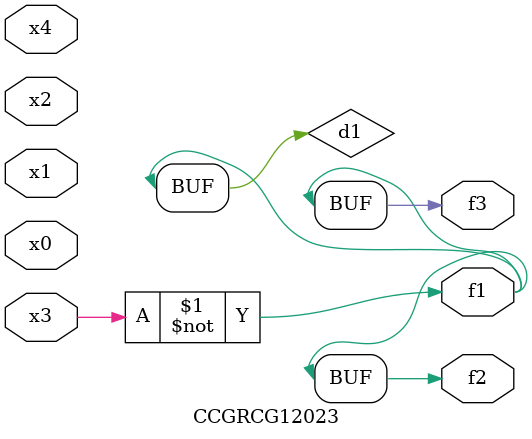
<source format=v>
module CCGRCG12023(
	input x0, x1, x2, x3, x4,
	output f1, f2, f3
);

	wire d1, d2;

	xnor (d1, x3);
	not (d2, x1);
	assign f1 = d1;
	assign f2 = d1;
	assign f3 = d1;
endmodule

</source>
